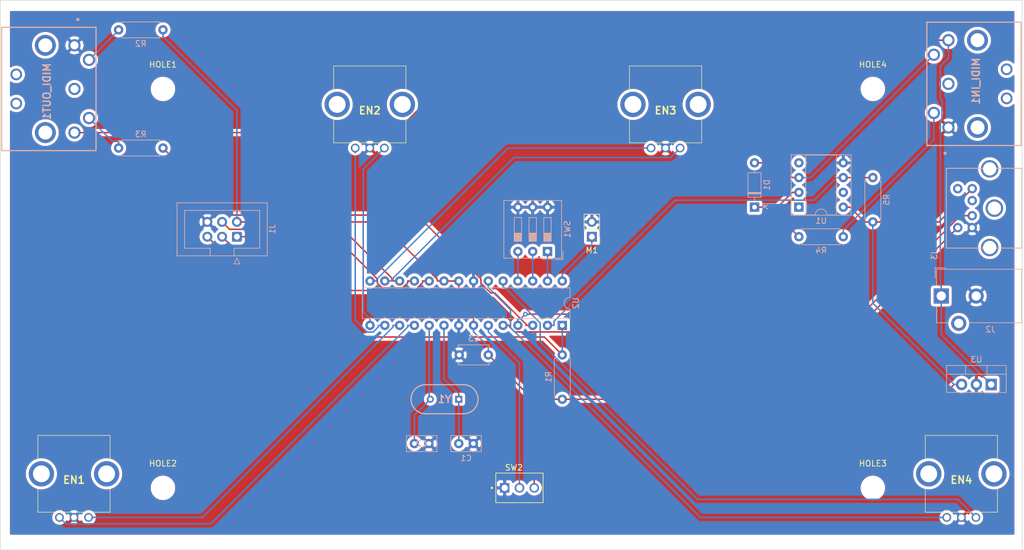
<source format=kicad_pcb>
(kicad_pcb (version 20171130) (host pcbnew "(5.1.9-0-10_14)")
  (layers (0 F.Cu signal) (31 B.Cu signal) (34 B.Paste user) (35 F.Paste user) (36 B.SilkS user) (37 F.SilkS user) (38 B.Mask user) (39 F.Mask user) (44 Edge.Cuts user))
  (net 0 "")
  (net 1 "Net-(D1-Pad2)")
  (net 2 "Net-(D1-Pad1)")
  (net 3 "Net-(C2-Pad1)")
  (net 4 "Net-(C1-Pad1)")
  (net 5 GND)
  (net 6 +5V)
  (net 7 "Net-(J1-Pad3)")
  (net 8 "Net-(J1-Pad1)")
  (net 9 "Net-(J1-Pad4)")
  (net 10 "Net-(J1-Pad5)")
  (net 11 "Net-(MIDI_IN1-Pad4)")
  (net 12 +12V)
  (net 13 "Net-(MIDI_OUT1-Pad5)")
  (net 14 "Net-(MIDI_OUT1-Pad4)")
  (net 15 TX)
  (net 16 RX)
  (net 17 "Net-(SW1-Pad3)")
  (net 18 "Net-(SW1-Pad2)")
  (net 19 "Net-(SW1-Pad1)")
  (net 20 "Net-(SW2-Pad2)")
  (net 21 Pin14)
  (net 22 Pin13)
  (net 23 Pin12)
  (net 24 Pin11)
  (net 25 Pin24)
  (net 26 Pin23)
  (net 27 Pin16)
  (net 28 Pin15)
  (net 29 "Net-(M1-Pad1)")
  (net 30 "Net-(J3-Pad6)")
  (net 31 "Net-(J3-Pad2)")
  (module MountingHole:MountingHole_3.2mm_M3 (layer F.Cu) (at 203.2 55.88)
    (fp_text reference HOLE4 (at 0 -4.2) (layer F.SilkS))
    (fp_text value MountingHole_3.2mm_M3)
    (pad 1 np_thru_hole circle (at 0 0) (size 3.2 3.2) (drill 3.2) (layers *.Cu *.Mask))
  )
  (module MountingHole:MountingHole_3.2mm_M3 (layer F.Cu) (at 203.2 124.46)
    (fp_text reference HOLE3 (at 0 -4.2) (layer F.SilkS))
    (fp_text value MountingHole_3.2mm_M3)
    (pad 1 np_thru_hole circle (at 0 0) (size 3.2 3.2) (drill 3.2) (layers *.Cu *.Mask))
  )
  (module MountingHole:MountingHole_3.2mm_M3 (layer F.Cu) (at 81.28 55.88)
    (fp_text reference HOLE1 (at 0 -4.2) (layer F.SilkS))
    (fp_text value MountingHole_3.2mm_M3)
    (pad 1 np_thru_hole circle (at 0 0) (size 3.2 3.2) (drill 3.2) (layers *.Cu *.Mask))
  )
  (module MountingHole:MountingHole_3.2mm_M3 (layer F.Cu) (at 81.28 124.46)
    (fp_text reference HOLE2 (at 0 -4.2) (layer F.SilkS))
    (fp_text value MountingHole_3.2mm_M3)
    (pad 1 np_thru_hole circle (at 0 0) (size 3.2 3.2) (drill 3.2) (layers *.Cu *.Mask))
  )
  (module Button_Switch_THT:SW_DIP_SPSTx03_Slide_9.78x9.8mm_W7.62mm_P2.54mm (layer B.Cu) (at 147.32 83.82 90)
    (fp_text reference SW1 (at 3.81 3.42 90) (layer B.SilkS) (effects (justify mirror)))
    (fp_text value SW_DIP_x03)
    (pad 6 thru_hole oval (at 7.62 0 90) (size 1.6 1.6) (drill 0.8) (layers *.Cu *.Mask) (net 5 GND))
    (pad 3 thru_hole oval (at 0 -5.08 90) (size 1.6 1.6) (drill 0.8) (layers *.Cu *.Mask) (net 17 "Net-(SW1-Pad3)"))
    (pad 5 thru_hole oval (at 7.62 -2.54 90) (size 1.6 1.6) (drill 0.8) (layers *.Cu *.Mask) (net 5 GND))
    (pad 2 thru_hole oval (at 0 -2.54 90) (size 1.6 1.6) (drill 0.8) (layers *.Cu *.Mask) (net 18 "Net-(SW1-Pad2)"))
    (pad 4 thru_hole oval (at 7.62 -5.08 90) (size 1.6 1.6) (drill 0.8) (layers *.Cu *.Mask) (net 5 GND))
    (pad 1 thru_hole rect (at 0 0 90) (size 1.6 1.6) (drill 0.8) (layers *.Cu *.Mask) (net 19 "Net-(SW1-Pad1)"))
  )
  (module Connector_PinHeader_2.54mm:PinHeader_1x02_P2.54mm_Vertical (layer F.Cu) (at 154.94 81.28 180)
    (fp_text reference M1 (at 0 -2.33) (layer F.SilkS))
    (fp_text value Motor_DC)
    (pad 2 thru_hole oval (at 0 2.54 180) (size 1.7 1.7) (drill 1) (layers *.Cu *.Mask) (net 5 GND))
    (pad 1 thru_hole rect (at 0 0 180) (size 1.7 1.7) (drill 1) (layers *.Cu *.Mask) (net 29 "Net-(M1-Pad1)"))
  )
  (module Resistor_THT:R_Axial_DIN0207_L6.3mm_D2.5mm_P7.62mm_Horizontal (layer B.Cu) (at 149.86 101.6 270)
    (fp_text reference R1 (at 3.81 2.37 90) (layer B.SilkS) (effects (justify mirror)))
    (fp_text value 10K)
    (pad 2 thru_hole oval (at 7.62 0 270) (size 1.6 1.6) (drill 0.8) (layers *.Cu *.Mask) (net 6 +5V))
    (pad 1 thru_hole circle (at 0 0 270) (size 1.6 1.6) (drill 0.8) (layers *.Cu *.Mask) (net 10 "Net-(J1-Pad5)"))
  )
  (module Capacitor_THT:C_Disc_D5.0mm_W2.5mm_P2.50mm (layer B.Cu) (at 132.08 116.84)
    (fp_text reference C1 (at 1.25 2.5) (layer B.SilkS) (effects (justify mirror)))
    (fp_text value 22p)
    (pad 2 thru_hole circle (at 2.5 0) (size 1.6 1.6) (drill 0.8) (layers *.Cu *.Mask) (net 5 GND))
    (pad 1 thru_hole circle (at 0 0) (size 1.6 1.6) (drill 0.8) (layers *.Cu *.Mask) (net 4 "Net-(C1-Pad1)"))
  )
  (module mod-files:ABL (layer B.Cu) (at 132.08 109.22 180)
    (fp_text reference Y1 (at 2.44 0 180) (layer B.SilkS) (effects (font (size 1.27 1.27) (thickness 0.254)) (justify mirror)))
    (fp_text value "16 Mhz" hide)
    (pad 2 thru_hole circle (at 4.88 0 180) (size 1.205 1.205) (drill 0.657) (layers *.Cu *.Mask) (net 3 "Net-(C2-Pad1)"))
    (pad 1 thru_hole rect (at 0 0 180) (size 1.205 1.205) (drill 0.657) (layers *.Cu *.Mask) (net 4 "Net-(C1-Pad1)"))
  )
  (module Package_TO_SOT_THT:TO-220-3_Vertical (layer B.Cu) (at 223.52 106.68 180)
    (fp_text reference U3 (at 2.54 4.27) (layer B.SilkS) (effects (justify mirror)))
    (fp_text value L7805)
    (pad 3 thru_hole oval (at 5.08 0 180) (size 1.905 2) (drill 1.1) (layers *.Cu *.Mask) (net 6 +5V))
    (pad 2 thru_hole oval (at 2.54 0 180) (size 1.905 2) (drill 1.1) (layers *.Cu *.Mask) (net 5 GND))
    (pad 1 thru_hole rect (at 0 0 180) (size 1.905 2) (drill 1.1) (layers *.Cu *.Mask) (net 12 +12V))
  )
  (module Package_DIP:DIP-8_W7.62mm_Socket (layer B.Cu) (at 190.5 76.2)
    (fp_text reference U1 (at 3.81 2.33) (layer B.SilkS) (effects (justify mirror)))
    (fp_text value 6N138)
    (pad 8 thru_hole oval (at 7.62 0) (size 1.6 1.6) (drill 0.8) (layers *.Cu *.Mask) (net 6 +5V))
    (pad 4 thru_hole oval (at 0 -7.62) (size 1.6 1.6) (drill 0.8) (layers *.Cu *.Mask))
    (pad 7 thru_hole oval (at 7.62 -2.54) (size 1.6 1.6) (drill 0.8) (layers *.Cu *.Mask))
    (pad 3 thru_hole oval (at 0 -5.08) (size 1.6 1.6) (drill 0.8) (layers *.Cu *.Mask) (net 1 "Net-(D1-Pad2)"))
    (pad 6 thru_hole oval (at 7.62 -5.08) (size 1.6 1.6) (drill 0.8) (layers *.Cu *.Mask) (net 16 RX))
    (pad 2 thru_hole oval (at 0 -2.54) (size 1.6 1.6) (drill 0.8) (layers *.Cu *.Mask) (net 2 "Net-(D1-Pad1)"))
    (pad 5 thru_hole oval (at 7.62 -7.62) (size 1.6 1.6) (drill 0.8) (layers *.Cu *.Mask) (net 5 GND))
    (pad 1 thru_hole rect (at 0 0) (size 1.6 1.6) (drill 0.8) (layers *.Cu *.Mask))
  )
  (module mod-files:SW_2MS1T1B1M2QES (layer F.Cu) (at 142.505 124.46)
    (fp_text reference SW2 (at -0.9525 -3.4925) (layer F.SilkS))
    (fp_text value SW_SPDT)
    (pad 2 thru_hole circle (at 0 0) (size 1.635 1.635) (drill 1.09) (layers *.Cu *.Mask) (net 20 "Net-(SW2-Pad2)"))
    (pad 3 thru_hole circle (at 2.54 0) (size 1.635 1.635) (drill 1.09) (layers *.Cu *.Mask) (net 6 +5V))
    (pad 1 thru_hole rect (at -2.54 0) (size 1.635 1.635) (drill 1.09) (layers *.Cu *.Mask) (net 5 GND))
  )
  (module Resistor_THT:R_Axial_DIN0207_L6.3mm_D2.5mm_P7.62mm_Horizontal (layer B.Cu) (at 203.2 78.74 90)
    (fp_text reference R5 (at 3.81 2.37 90) (layer B.SilkS) (effects (justify mirror)))
    (fp_text value 220)
    (pad 2 thru_hole oval (at 7.62 0 90) (size 1.6 1.6) (drill 0.8) (layers *.Cu *.Mask) (net 16 RX))
    (pad 1 thru_hole circle (at 0 0 90) (size 1.6 1.6) (drill 0.8) (layers *.Cu *.Mask) (net 6 +5V))
  )
  (module Resistor_THT:R_Axial_DIN0207_L6.3mm_D2.5mm_P7.62mm_Horizontal (layer B.Cu) (at 190.5 81.28)
    (fp_text reference R4 (at 3.81 2.37) (layer B.SilkS) (effects (justify mirror)))
    (fp_text value 220)
    (pad 2 thru_hole oval (at 7.62 0) (size 1.6 1.6) (drill 0.8) (layers *.Cu *.Mask) (net 11 "Net-(MIDI_IN1-Pad4)"))
    (pad 1 thru_hole circle (at 0 0) (size 1.6 1.6) (drill 0.8) (layers *.Cu *.Mask) (net 2 "Net-(D1-Pad1)"))
  )
  (module Resistor_THT:R_Axial_DIN0207_L6.3mm_D2.5mm_P7.62mm_Horizontal (layer B.Cu) (at 81.28 66.04 180)
    (fp_text reference R3 (at 3.81 2.37) (layer B.SilkS) (effects (justify mirror)))
    (fp_text value 220)
    (pad 2 thru_hole oval (at 7.62 0 180) (size 1.6 1.6) (drill 0.8) (layers *.Cu *.Mask) (net 13 "Net-(MIDI_OUT1-Pad5)"))
    (pad 1 thru_hole circle (at 0 0 180) (size 1.6 1.6) (drill 0.8) (layers *.Cu *.Mask) (net 15 TX))
  )
  (module Resistor_THT:R_Axial_DIN0207_L6.3mm_D2.5mm_P7.62mm_Horizontal (layer B.Cu) (at 73.66 45.72)
    (fp_text reference R2 (at 3.81 2.37) (layer B.SilkS) (effects (justify mirror)))
    (fp_text value 220)
    (pad 2 thru_hole oval (at 7.62 0) (size 1.6 1.6) (drill 0.8) (layers *.Cu *.Mask) (net 6 +5V))
    (pad 1 thru_hole circle (at 0 0) (size 1.6 1.6) (drill 0.8) (layers *.Cu *.Mask) (net 14 "Net-(MIDI_OUT1-Pad4)"))
  )
  (module mod-files:MAB-5-SH (layer B.Cu) (at 68.58 55.88 90)
    (fp_text reference MIDI_OUT1 (at -0.452 -7.234 -90) (layer B.SilkS) (effects (font (size 1.27 1.27) (thickness 0.254)) (justify mirror)))
    (fp_text value DIN-5 hide)
    (pad 9 thru_hole circle (at 7.5 -7.5 90) (size 3.6 3.6) (drill 2.4) (layers *.Cu *.Mask))
    (pad 8 thru_hole circle (at -7.5 -7.5 90) (size 3.6 3.6) (drill 2.4) (layers *.Cu *.Mask))
    (pad 7 thru_hole circle (at 2.5 -12.5 90) (size 2 2) (drill 1.35) (layers *.Cu *.Mask))
    (pad 6 thru_hole circle (at -2.5 -12.5 90) (size 2 2) (drill 1.35) (layers *.Cu *.Mask))
    (pad 5 thru_hole circle (at -5 0 90) (size 2.1 2.1) (drill 1.4) (layers *.Cu *.Mask) (net 13 "Net-(MIDI_OUT1-Pad5)"))
    (pad 4 thru_hole circle (at 5 0 90) (size 2.1 2.1) (drill 1.4) (layers *.Cu *.Mask) (net 14 "Net-(MIDI_OUT1-Pad4)"))
    (pad 3 thru_hole circle (at -7.5 -2.5 90) (size 2.1 2.1) (drill 1.4) (layers *.Cu *.Mask) (net 12 +12V))
    (pad 2 thru_hole circle (at 0 -2.5 90) (size 2.1 2.1) (drill 1.4) (layers *.Cu *.Mask))
    (pad 1 thru_hole circle (at 7.5 -2.5 90) (size 2.1 2.1) (drill 1.4) (layers *.Cu *.Mask) (net 5 GND))
  )
  (module mod-files:MAB-5-SH (layer B.Cu) (at 213.68 55 270)
    (fp_text reference MIDI_IN1 (at -0.452 -7.234 270) (layer B.SilkS) (effects (font (size 1.27 1.27) (thickness 0.254)) (justify mirror)))
    (fp_text value DIN-5 hide)
    (pad 9 thru_hole circle (at 7.5 -7.5 270) (size 3.6 3.6) (drill 2.4) (layers *.Cu *.Mask))
    (pad 8 thru_hole circle (at -7.5 -7.5 270) (size 3.6 3.6) (drill 2.4) (layers *.Cu *.Mask))
    (pad 7 thru_hole circle (at 2.5 -12.5 270) (size 2 2) (drill 1.35) (layers *.Cu *.Mask))
    (pad 6 thru_hole circle (at -2.5 -12.5 270) (size 2 2) (drill 1.35) (layers *.Cu *.Mask))
    (pad 5 thru_hole circle (at -5 0 270) (size 2.1 2.1) (drill 1.4) (layers *.Cu *.Mask) (net 1 "Net-(D1-Pad2)"))
    (pad 4 thru_hole circle (at 5 0 270) (size 2.1 2.1) (drill 1.4) (layers *.Cu *.Mask) (net 11 "Net-(MIDI_IN1-Pad4)"))
    (pad 3 thru_hole circle (at -7.5 -2.5 270) (size 2.1 2.1) (drill 1.4) (layers *.Cu *.Mask) (net 12 +12V))
    (pad 2 thru_hole circle (at 0 -2.5 270) (size 2.1 2.1) (drill 1.4) (layers *.Cu *.Mask))
    (pad 1 thru_hole circle (at 7.5 -2.5 270) (size 2.1 2.1) (drill 1.4) (layers *.Cu *.Mask) (net 5 GND))
  )
  (module mod-files:BarrelJack_CUI_PJ-102AH_Horizontal (layer B.Cu) (at 214.95 91.475 270)
    (fp_text reference J2 (at 5.75 -8.45 180) (layer B.SilkS) (effects (justify mirror)))
    (fp_text value Jack-DC)
    (pad 3 thru_hole circle (at 4.7 -3 270) (size 2.6 2.6) (drill 1.6) (layers *.Cu *.Mask))
    (pad 2 thru_hole circle (at 0 -6 270) (size 2.6 2.6) (drill 1.6) (layers *.Cu *.Mask) (net 5 GND))
    (pad 1 thru_hole rect (at 0 0 270) (size 2.6 2.6) (drill 1.6) (layers *.Cu *.Mask) (net 12 +12V))
  )
  (module Connector_IDC:IDC-Header_2x03_P2.54mm_Vertical (layer B.Cu) (at 93.98 81.28 90)
    (fp_text reference J1 (at 1.27 6.1 90) (layer B.SilkS) (effects (justify mirror)))
    (fp_text value AVR-ISP-6)
    (pad 6 thru_hole circle (at 2.54 -5.08 90) (size 1.7 1.7) (drill 1) (layers *.Cu *.Mask) (net 5 GND))
    (pad 4 thru_hole circle (at 2.54 -2.54 90) (size 1.7 1.7) (drill 1) (layers *.Cu *.Mask) (net 9 "Net-(J1-Pad4)"))
    (pad 2 thru_hole circle (at 2.54 0 90) (size 1.7 1.7) (drill 1) (layers *.Cu *.Mask) (net 6 +5V))
    (pad 5 thru_hole circle (at 0 -5.08 90) (size 1.7 1.7) (drill 1) (layers *.Cu *.Mask) (net 10 "Net-(J1-Pad5)"))
    (pad 3 thru_hole circle (at 0 -2.54 90) (size 1.7 1.7) (drill 1) (layers *.Cu *.Mask) (net 7 "Net-(J1-Pad3)"))
    (pad 1 thru_hole roundrect (at 0 0 90) (size 1.7 1.7) (drill 1) (layers *.Cu *.Mask) (roundrect_rratio 0.1470588235294118) (net 8 "Net-(J1-Pad1)"))
  )
  (module mod-files:EC12E2430404 (layer F.Cu) (at 215.9 129.54)
    (fp_text reference EN4 (at 2.5 -6.45) (layer F.SilkS) (effects (font (size 1.27 1.27) (thickness 0.254))))
    (fp_text value Rotary_Encoder hide)
    (pad MH2 thru_hole circle (at 8.1 -7.5) (size 4.35 4.35) (drill 2.9) (layers *.Cu *.Mask))
    (pad MH1 thru_hole circle (at -3.1 -7.5) (size 4.35 4.35) (drill 2.9) (layers *.Cu *.Mask))
    (pad C thru_hole circle (at 2.5 0) (size 1.5 1.5) (drill 1) (layers *.Cu *.Mask) (net 5 GND))
    (pad B thru_hole circle (at 5 0) (size 1.5 1.5) (drill 1) (layers *.Cu *.Mask) (net 25 Pin24))
    (pad A thru_hole circle (at 0 0) (size 1.5 1.5) (drill 1) (layers *.Cu *.Mask) (net 26 Pin23))
  )
  (module mod-files:EC12E2430404 (layer F.Cu) (at 165.1 66.04)
    (fp_text reference EN3 (at 2.5 -6.45) (layer F.SilkS) (effects (font (size 1.27 1.27) (thickness 0.254))))
    (fp_text value Rotary_Encoder hide)
    (pad MH2 thru_hole circle (at 8.1 -7.5) (size 4.35 4.35) (drill 2.9) (layers *.Cu *.Mask))
    (pad MH1 thru_hole circle (at -3.1 -7.5) (size 4.35 4.35) (drill 2.9) (layers *.Cu *.Mask))
    (pad C thru_hole circle (at 2.5 0) (size 1.5 1.5) (drill 1) (layers *.Cu *.Mask) (net 5 GND))
    (pad B thru_hole circle (at 5 0) (size 1.5 1.5) (drill 1) (layers *.Cu *.Mask) (net 27 Pin16))
    (pad A thru_hole circle (at 0 0) (size 1.5 1.5) (drill 1) (layers *.Cu *.Mask) (net 28 Pin15))
  )
  (module mod-files:EC12E2430404 (layer F.Cu) (at 114.3 66.04)
    (fp_text reference EN2 (at 2.5 -6.45) (layer F.SilkS) (effects (font (size 1.27 1.27) (thickness 0.254))))
    (fp_text value Rotary_Encoder hide)
    (pad MH2 thru_hole circle (at 8.1 -7.5) (size 4.35 4.35) (drill 2.9) (layers *.Cu *.Mask))
    (pad MH1 thru_hole circle (at -3.1 -7.5) (size 4.35 4.35) (drill 2.9) (layers *.Cu *.Mask))
    (pad C thru_hole circle (at 2.5 0) (size 1.5 1.5) (drill 1) (layers *.Cu *.Mask) (net 5 GND))
    (pad B thru_hole circle (at 5 0) (size 1.5 1.5) (drill 1) (layers *.Cu *.Mask) (net 21 Pin14))
    (pad A thru_hole circle (at 0 0) (size 1.5 1.5) (drill 1) (layers *.Cu *.Mask) (net 22 Pin13))
  )
  (module mod-files:EC12E2430404 (layer F.Cu) (at 63.5 129.54)
    (fp_text reference EN1 (at 2.5 -6.45) (layer F.SilkS) (effects (font (size 1.27 1.27) (thickness 0.254))))
    (fp_text value Rotary_Encoder hide)
    (pad MH2 thru_hole circle (at 8.1 -7.5) (size 4.35 4.35) (drill 2.9) (layers *.Cu *.Mask))
    (pad MH1 thru_hole circle (at -3.1 -7.5) (size 4.35 4.35) (drill 2.9) (layers *.Cu *.Mask))
    (pad C thru_hole circle (at 2.5 0) (size 1.5 1.5) (drill 1) (layers *.Cu *.Mask) (net 5 GND))
    (pad B thru_hole circle (at 5 0) (size 1.5 1.5) (drill 1) (layers *.Cu *.Mask) (net 23 Pin12))
    (pad A thru_hole circle (at 0 0) (size 1.5 1.5) (drill 1) (layers *.Cu *.Mask) (net 24 Pin11))
  )
  (module Capacitor_THT:C_Disc_D5.1mm_W3.2mm_P5.00mm (layer B.Cu) (at 137.16 101.6 180)
    (fp_text reference C3 (at 2.5 2.85) (layer B.SilkS) (effects (justify mirror)))
    (fp_text value 100n)
    (pad 2 thru_hole circle (at 5 0 180) (size 1.6 1.6) (drill 0.8) (layers *.Cu *.Mask) (net 5 GND))
    (pad 1 thru_hole circle (at 0 0 180) (size 1.6 1.6) (drill 0.8) (layers *.Cu *.Mask) (net 6 +5V))
  )
  (module Capacitor_THT:C_Disc_D5.0mm_W2.5mm_P2.50mm (layer B.Cu) (at 124.46 116.84)
    (fp_text reference C2 (at 1.25 0) (layer B.SilkS) (effects (justify mirror)))
    (fp_text value 22p)
    (pad 2 thru_hole circle (at 2.5 0) (size 1.6 1.6) (drill 0.8) (layers *.Cu *.Mask) (net 5 GND))
    (pad 1 thru_hole circle (at 0 0) (size 1.6 1.6) (drill 0.8) (layers *.Cu *.Mask) (net 3 "Net-(C2-Pad1)"))
  )
  (module "mod-files:mini-DIN 6" (layer B.Cu) (at 228.775 76.375 90)
    (fp_text reference J3 (at -8 -15 270) (layer B.SilkS) (effects (justify mirror)))
    (fp_text value Mini-DIN-6)
    (pad 9 thru_hole circle (at 6.76 -5.51 90) (size 2.99 2.99) (drill 2.29) (layers *.Cu *.Mask))
    (pad 8 thru_hole circle (at 0 -4.7 90) (size 2.99 2.99) (drill 2.29) (layers *.Cu *.Mask))
    (pad 7 thru_hole circle (at -6.76 -5.51 90) (size 2.99 2.99) (drill 2.29) (layers *.Cu *.Mask))
    (pad 6 thru_hole circle (at -3.35 -11 90) (size 1.6 1.6) (drill 0.89) (layers *.Cu *.Mask) (net 30 "Net-(J3-Pad6)"))
    (pad 5 thru_hole circle (at 3.35 -11 90) (size 1.6 1.6) (drill 0.89) (layers *.Cu *.Mask))
    (pad 4 thru_hole circle (at -3.35 -8.51 90) (size 1.6 1.6) (drill 0.89) (layers *.Cu *.Mask) (net 5 GND))
    (pad 3 thru_hole circle (at 3.35 -8.51 90) (size 1.6 1.6) (drill 0.89) (layers *.Cu *.Mask) (net 6 +5V))
    (pad 2 thru_hole circle (at -1.3 -8.51 90) (size 1.6 1.6) (drill 0.89) (layers *.Cu *.Mask) (net 31 "Net-(J3-Pad2)"))
    (pad 1 thru_hole circle (at 1.3 -8.51 90) (size 1.6 1.6) (drill 0.89) (layers *.Cu *.Mask))
  )
  (module Package_DIP:DIP-28_W7.62mm (layer B.Cu) (at 149.86 96.52 90)
    (fp_text reference U2 (at 3.81 2.33 90) (layer B.SilkS) (effects (justify mirror)))
    (fp_text value ATmega8-16PU)
    (pad 28 thru_hole oval (at 7.62 0 90) (size 1.6 1.6) (drill 0.8) (layers *.Cu *.Mask) (net 29 "Net-(M1-Pad1)"))
    (pad 14 thru_hole oval (at 0 -33.02 90) (size 1.6 1.6) (drill 0.8) (layers *.Cu *.Mask) (net 21 Pin14))
    (pad 27 thru_hole oval (at 7.62 -2.54 90) (size 1.6 1.6) (drill 0.8) (layers *.Cu *.Mask) (net 19 "Net-(SW1-Pad1)"))
    (pad 13 thru_hole oval (at 0 -30.48 90) (size 1.6 1.6) (drill 0.8) (layers *.Cu *.Mask) (net 22 Pin13))
    (pad 26 thru_hole oval (at 7.62 -5.08 90) (size 1.6 1.6) (drill 0.8) (layers *.Cu *.Mask) (net 18 "Net-(SW1-Pad2)"))
    (pad 12 thru_hole oval (at 0 -27.94 90) (size 1.6 1.6) (drill 0.8) (layers *.Cu *.Mask) (net 23 Pin12))
    (pad 25 thru_hole oval (at 7.62 -7.62 90) (size 1.6 1.6) (drill 0.8) (layers *.Cu *.Mask) (net 17 "Net-(SW1-Pad3)"))
    (pad 11 thru_hole oval (at 0 -25.4 90) (size 1.6 1.6) (drill 0.8) (layers *.Cu *.Mask) (net 24 Pin11))
    (pad 24 thru_hole oval (at 7.62 -10.16 90) (size 1.6 1.6) (drill 0.8) (layers *.Cu *.Mask) (net 25 Pin24))
    (pad 10 thru_hole oval (at 0 -22.86 90) (size 1.6 1.6) (drill 0.8) (layers *.Cu *.Mask) (net 3 "Net-(C2-Pad1)"))
    (pad 23 thru_hole oval (at 7.62 -12.7 90) (size 1.6 1.6) (drill 0.8) (layers *.Cu *.Mask) (net 26 Pin23))
    (pad 9 thru_hole oval (at 0 -20.32 90) (size 1.6 1.6) (drill 0.8) (layers *.Cu *.Mask) (net 4 "Net-(C1-Pad1)"))
    (pad 22 thru_hole oval (at 7.62 -15.24 90) (size 1.6 1.6) (drill 0.8) (layers *.Cu *.Mask) (net 5 GND))
    (pad 8 thru_hole oval (at 0 -17.78 90) (size 1.6 1.6) (drill 0.8) (layers *.Cu *.Mask) (net 5 GND))
    (pad 21 thru_hole oval (at 7.62 -17.78 90) (size 1.6 1.6) (drill 0.8) (layers *.Cu *.Mask) (net 6 +5V))
    (pad 7 thru_hole oval (at 0 -15.24 90) (size 1.6 1.6) (drill 0.8) (layers *.Cu *.Mask) (net 6 +5V))
    (pad 20 thru_hole oval (at 7.62 -20.32 90) (size 1.6 1.6) (drill 0.8) (layers *.Cu *.Mask) (net 6 +5V))
    (pad 6 thru_hole oval (at 0 -12.7 90) (size 1.6 1.6) (drill 0.8) (layers *.Cu *.Mask) (net 20 "Net-(SW2-Pad2)"))
    (pad 19 thru_hole oval (at 7.62 -22.86 90) (size 1.6 1.6) (drill 0.8) (layers *.Cu *.Mask) (net 7 "Net-(J1-Pad3)"))
    (pad 5 thru_hole oval (at 0 -10.16 90) (size 1.6 1.6) (drill 0.8) (layers *.Cu *.Mask) (net 30 "Net-(J3-Pad6)"))
    (pad 18 thru_hole oval (at 7.62 -25.4 90) (size 1.6 1.6) (drill 0.8) (layers *.Cu *.Mask) (net 8 "Net-(J1-Pad1)"))
    (pad 4 thru_hole oval (at 0 -7.62 90) (size 1.6 1.6) (drill 0.8) (layers *.Cu *.Mask) (net 31 "Net-(J3-Pad2)"))
    (pad 17 thru_hole oval (at 7.62 -27.94 90) (size 1.6 1.6) (drill 0.8) (layers *.Cu *.Mask) (net 9 "Net-(J1-Pad4)"))
    (pad 3 thru_hole oval (at 0 -5.08 90) (size 1.6 1.6) (drill 0.8) (layers *.Cu *.Mask) (net 15 TX))
    (pad 16 thru_hole oval (at 7.62 -30.48 90) (size 1.6 1.6) (drill 0.8) (layers *.Cu *.Mask) (net 27 Pin16))
    (pad 2 thru_hole oval (at 0 -2.54 90) (size 1.6 1.6) (drill 0.8) (layers *.Cu *.Mask) (net 16 RX))
    (pad 15 thru_hole oval (at 7.62 -33.02 90) (size 1.6 1.6) (drill 0.8) (layers *.Cu *.Mask) (net 28 Pin15))
    (pad 1 thru_hole rect (at 0 0 90) (size 1.6 1.6) (drill 0.8) (layers *.Cu *.Mask) (net 10 "Net-(J1-Pad5)"))
  )
  (module Diode_THT:D_DO-35_SOD27_P7.62mm_Horizontal (layer B.Cu) (at 182.88 76.2 90)
    (fp_text reference D1 (at 3.81 2.12 90) (layer B.SilkS) (effects (justify mirror)))
    (fp_text value 1N914)
    (fp_text user K (at 0 1.8 90) (layer B.SilkS) (effects (justify mirror)))
    (pad 2 thru_hole oval (at 7.62 0 90) (size 1.6 1.6) (drill 0.8) (layers *.Cu *.Mask) (net 1 "Net-(D1-Pad2)"))
    (pad 1 thru_hole rect (at 0 0 90) (size 1.6 1.6) (drill 0.8) (layers *.Cu *.Mask) (net 2 "Net-(D1-Pad1)"))
  )
  (gr_line (start 228.84 40.64) (end 228.84 135.14) (layer Edge.Cuts) (width 0.1))
  (gr_line (start 53.34 40.64) (end 228.84 40.64) (layer Edge.Cuts) (width 0.1))
  (gr_line (start 53.34 135.14) (end 53.34 40.64) (layer Edge.Cuts) (width 0.1))
  (gr_line (start 228.84 135.14) (end 53.34 135.14) (layer Edge.Cuts) (width 0.1))
  (segment (start 190.5 71.12) (end 189.3731 71.12) (width 0.25) (layer F.Cu) (net 1))
  (segment (start 182.88 68.58) (end 186.8331 68.58) (width 0.25) (layer F.Cu) (net 1))
  (segment (start 186.8331 68.58) (end 189.3731 71.12) (width 0.25) (layer F.Cu) (net 1))
  (segment (start 190.5 71.12) (end 192.56 71.12) (width 0.25) (layer B.Cu) (net 1))
  (segment (start 192.56 71.12) (end 213.68 50) (width 0.25) (layer B.Cu) (net 1))
  (segment (start 186.8331 76.2) (end 189.3731 73.66) (width 0.25) (layer F.Cu) (net 2))
  (segment (start 182.88 76.2) (end 186.8331 76.2) (width 0.25) (layer F.Cu) (net 2))
  (segment (start 186.8331 76.2) (end 186.8331 77.6131) (width 0.25) (layer F.Cu) (net 2))
  (segment (start 186.8331 77.6131) (end 190.5 81.28) (width 0.25) (layer F.Cu) (net 2))
  (segment (start 190.5 73.66) (end 189.3731 73.66) (width 0.25) (layer F.Cu) (net 2))
  (segment (start 127.2 109.22) (end 124.46 111.96) (width 0.25) (layer B.Cu) (net 3))
  (segment (start 124.46 111.96) (end 124.46 116.84) (width 0.25) (layer B.Cu) (net 3))
  (segment (start 127 96.52) (end 127 109.02) (width 0.25) (layer B.Cu) (net 3))
  (segment (start 127 109.02) (end 127.2 109.22) (width 0.25) (layer B.Cu) (net 3))
  (segment (start 132.08 109.22) (end 132.08 108.2906) (width 0.25) (layer B.Cu) (net 4))
  (segment (start 129.54 96.52) (end 129.54 105.7506) (width 0.25) (layer B.Cu) (net 4))
  (segment (start 129.54 105.7506) (end 132.08 108.2906) (width 0.25) (layer B.Cu) (net 4))
  (segment (start 132.08 109.22) (end 132.08 116.84) (width 0.25) (layer B.Cu) (net 4))
  (segment (start 93.98 78.74) (end 118.5348 78.74) (width 0.25) (layer F.Cu) (net 6))
  (segment (start 118.5348 78.74) (end 128.4131 88.6183) (width 0.25) (layer F.Cu) (net 6))
  (segment (start 128.4131 88.6183) (end 128.4131 88.9) (width 0.25) (layer F.Cu) (net 6))
  (segment (start 129.54 88.9) (end 128.4131 88.9) (width 0.25) (layer F.Cu) (net 6))
  (segment (start 132.08 88.9) (end 129.54 88.9) (width 0.25) (layer F.Cu) (net 6))
  (segment (start 81.28 45.72) (end 81.28 46.8469) (width 0.25) (layer B.Cu) (net 6))
  (segment (start 93.98 78.74) (end 93.98 59.5469) (width 0.25) (layer B.Cu) (net 6))
  (segment (start 93.98 59.5469) (end 81.28 46.8469) (width 0.25) (layer B.Cu) (net 6))
  (segment (start 145.045 109.22) (end 149.86 109.22) (width 0.25) (layer F.Cu) (net 6))
  (segment (start 137.16 101.6) (end 144.78 109.22) (width 0.25) (layer F.Cu) (net 6))
  (segment (start 144.78 109.22) (end 145.045 109.22) (width 0.25) (layer F.Cu) (net 6))
  (segment (start 145.045 109.22) (end 145.045 124.46) (width 0.25) (layer F.Cu) (net 6))
  (segment (start 132.08 88.9) (end 132.08 92.8531) (width 0.25) (layer F.Cu) (net 6))
  (segment (start 132.08 92.8531) (end 134.62 95.3931) (width 0.25) (layer F.Cu) (net 6))
  (segment (start 134.62 96.52) (end 134.62 95.3931) (width 0.25) (layer F.Cu) (net 6))
  (segment (start 218.44 106.68) (end 217.1606 106.68) (width 0.25) (layer F.Cu) (net 6))
  (segment (start 149.86 109.22) (end 214.6206 109.22) (width 0.25) (layer F.Cu) (net 6))
  (segment (start 214.6206 109.22) (end 217.1606 106.68) (width 0.25) (layer F.Cu) (net 6))
  (segment (start 218.44 106.68) (end 217.1606 106.68) (width 0.25) (layer B.Cu) (net 6))
  (segment (start 217.1606 106.68) (end 203.2 92.7194) (width 0.25) (layer B.Cu) (net 6))
  (segment (start 203.2 92.7194) (end 203.2 78.74) (width 0.25) (layer B.Cu) (net 6))
  (segment (start 198.12 76.2) (end 199.2469 76.2) (width 0.25) (layer F.Cu) (net 6))
  (segment (start 203.2 78.74) (end 201.7869 78.74) (width 0.25) (layer F.Cu) (net 6))
  (segment (start 201.7869 78.74) (end 199.2469 76.2) (width 0.25) (layer F.Cu) (net 6))
  (segment (start 220.265 73.025) (end 214.55 78.74) (width 0.25) (layer F.Cu) (net 6))
  (segment (start 214.55 78.74) (end 203.2 78.74) (width 0.25) (layer F.Cu) (net 6))
  (segment (start 134.62 96.52) (end 134.62 97.6469) (width 0.25) (layer B.Cu) (net 6))
  (segment (start 134.62 97.6469) (end 137.16 100.1869) (width 0.25) (layer B.Cu) (net 6))
  (segment (start 137.16 100.1869) (end 137.16 101.6) (width 0.25) (layer B.Cu) (net 6))
  (segment (start 125.8731 88.9) (end 125.8731 89.1817) (width 0.25) (layer F.Cu) (net 7))
  (segment (start 125.8731 89.1817) (end 124.5271 90.5277) (width 0.25) (layer F.Cu) (net 7))
  (segment (start 124.5271 90.5277) (end 100.6877 90.5277) (width 0.25) (layer F.Cu) (net 7))
  (segment (start 100.6877 90.5277) (end 91.44 81.28) (width 0.25) (layer F.Cu) (net 7))
  (segment (start 127 88.9) (end 125.8731 88.9) (width 0.25) (layer F.Cu) (net 7))
  (segment (start 93.98 81.28) (end 110.8342 81.28) (width 0.25) (layer F.Cu) (net 8))
  (segment (start 110.8342 81.28) (end 118.11 88.5558) (width 0.25) (layer F.Cu) (net 8))
  (segment (start 118.11 88.5558) (end 118.11 89.2754) (width 0.25) (layer F.Cu) (net 8))
  (segment (start 118.11 89.2754) (end 118.8852 90.0506) (width 0.25) (layer F.Cu) (net 8))
  (segment (start 118.8852 90.0506) (end 122.4642 90.0506) (width 0.25) (layer F.Cu) (net 8))
  (segment (start 122.4642 90.0506) (end 123.3331 89.1817) (width 0.25) (layer F.Cu) (net 8))
  (segment (start 123.3331 89.1817) (end 123.3331 88.9) (width 0.25) (layer F.Cu) (net 8))
  (segment (start 124.46 88.9) (end 123.3331 88.9) (width 0.25) (layer F.Cu) (net 8))
  (segment (start 91.44 78.74) (end 92.7125 80.0125) (width 0.25) (layer F.Cu) (net 9))
  (segment (start 92.7125 80.0125) (end 112.1873 80.0125) (width 0.25) (layer F.Cu) (net 9))
  (segment (start 112.1873 80.0125) (end 120.7931 88.6183) (width 0.25) (layer F.Cu) (net 9))
  (segment (start 120.7931 88.6183) (end 120.7931 88.9) (width 0.25) (layer F.Cu) (net 9))
  (segment (start 121.92 88.9) (end 120.7931 88.9) (width 0.25) (layer F.Cu) (net 9))
  (segment (start 88.9 81.28) (end 106.1463 98.5263) (width 0.25) (layer F.Cu) (net 10))
  (segment (start 106.1463 98.5263) (end 146.7863 98.5263) (width 0.25) (layer F.Cu) (net 10))
  (segment (start 146.7863 98.5263) (end 149.86 101.6) (width 0.25) (layer F.Cu) (net 10))
  (segment (start 149.86 96.52) (end 149.86 101.6) (width 0.25) (layer B.Cu) (net 10))
  (segment (start 198.12 81.28) (end 198.12 80.1531) (width 0.25) (layer B.Cu) (net 11))
  (segment (start 213.68 60) (end 213.68 64.5931) (width 0.25) (layer B.Cu) (net 11))
  (segment (start 213.68 64.5931) (end 198.12 80.1531) (width 0.25) (layer B.Cu) (net 11))
  (segment (start 214.95 91.475) (end 214.95 89.8481) (width 0.25) (layer B.Cu) (net 12))
  (segment (start 214.95 89.8481) (end 214.7944 89.6925) (width 0.25) (layer B.Cu) (net 12))
  (segment (start 214.7944 89.6925) (end 214.7944 61.3856) (width 0.25) (layer B.Cu) (net 12))
  (segment (start 214.7944 61.3856) (end 215.0667 61.1133) (width 0.25) (layer B.Cu) (net 12))
  (segment (start 215.0667 61.1133) (end 215.0667 57.7886) (width 0.25) (layer B.Cu) (net 12))
  (segment (start 215.0667 57.7886) (end 214.792 57.5139) (width 0.25) (layer B.Cu) (net 12))
  (segment (start 214.792 57.5139) (end 214.792 51.9428) (width 0.25) (layer B.Cu) (net 12))
  (segment (start 214.792 51.9428) (end 216.18 50.5548) (width 0.25) (layer B.Cu) (net 12))
  (segment (start 216.18 50.5548) (end 216.18 47.5) (width 0.25) (layer B.Cu) (net 12))
  (segment (start 214.95 91.475) (end 214.95 98.11) (width 0.25) (layer B.Cu) (net 12))
  (segment (start 214.95 98.11) (end 223.52 106.68) (width 0.25) (layer B.Cu) (net 12))
  (segment (start 66.08 63.38) (end 121.1729 63.38) (width 0.25) (layer F.Cu) (net 12))
  (segment (start 121.1729 63.38) (end 137.0529 47.5) (width 0.25) (layer F.Cu) (net 12))
  (segment (start 137.0529 47.5) (end 216.18 47.5) (width 0.25) (layer F.Cu) (net 12))
  (segment (start 73.66 66.04) (end 73.66 64.9131) (width 0.25) (layer B.Cu) (net 13))
  (segment (start 68.58 60.88) (end 72.6131 64.9131) (width 0.25) (layer B.Cu) (net 13))
  (segment (start 72.6131 64.9131) (end 73.66 64.9131) (width 0.25) (layer B.Cu) (net 13))
  (segment (start 68.58 50.88) (end 73.66 45.8) (width 0.25) (layer B.Cu) (net 14))
  (segment (start 73.66 45.8) (end 73.66 45.72) (width 0.25) (layer B.Cu) (net 14))
  (segment (start 144.78 96.52) (end 143.6531 96.52) (width 0.25) (layer F.Cu) (net 15))
  (segment (start 143.6531 96.52) (end 143.6531 96.3293) (width 0.25) (layer F.Cu) (net 15))
  (segment (start 143.6531 96.3293) (end 138.2833 90.9595) (width 0.25) (layer F.Cu) (net 15))
  (segment (start 138.2833 90.9595) (end 137.5717 90.9595) (width 0.25) (layer F.Cu) (net 15))
  (segment (start 137.5717 90.9595) (end 135.89 89.2778) (width 0.25) (layer F.Cu) (net 15))
  (segment (start 135.89 89.2778) (end 135.89 88.5487) (width 0.25) (layer F.Cu) (net 15))
  (segment (start 135.89 88.5487) (end 124.9044 77.5631) (width 0.25) (layer F.Cu) (net 15))
  (segment (start 124.9044 77.5631) (end 92.8031 77.5631) (width 0.25) (layer F.Cu) (net 15))
  (segment (start 92.8031 77.5631) (end 81.28 66.04) (width 0.25) (layer F.Cu) (net 15))
  (segment (start 198.12 71.12) (end 196.9931 71.12) (width 0.25) (layer B.Cu) (net 16))
  (segment (start 147.32 96.52) (end 148.4469 96.52) (width 0.25) (layer B.Cu) (net 16))
  (segment (start 148.4469 96.52) (end 148.4469 95.8157) (width 0.25) (layer B.Cu) (net 16))
  (segment (start 148.4469 95.8157) (end 169.2602 75.0024) (width 0.25) (layer B.Cu) (net 16))
  (segment (start 169.2602 75.0024) (end 193.1107 75.0024) (width 0.25) (layer B.Cu) (net 16))
  (segment (start 193.1107 75.0024) (end 196.9931 71.12) (width 0.25) (layer B.Cu) (net 16))
  (segment (start 198.12 71.12) (end 203.2 71.12) (width 0.25) (layer F.Cu) (net 16))
  (segment (start 142.24 88.9) (end 142.24 83.82) (width 0.25) (layer B.Cu) (net 17))
  (segment (start 144.78 88.9) (end 144.78 83.82) (width 0.25) (layer B.Cu) (net 18))
  (segment (start 147.32 88.9) (end 147.32 83.82) (width 0.25) (layer B.Cu) (net 19))
  (segment (start 137.16 96.52) (end 137.16 97.6469) (width 0.25) (layer B.Cu) (net 20))
  (segment (start 137.16 97.6469) (end 142.505 102.9919) (width 0.25) (layer B.Cu) (net 20))
  (segment (start 142.505 102.9919) (end 142.505 124.46) (width 0.25) (layer B.Cu) (net 20))
  (segment (start 116.84 96.52) (end 116.84 95.3931) (width 0.25) (layer B.Cu) (net 21))
  (segment (start 116.84 95.3931) (end 115.67 94.2231) (width 0.25) (layer B.Cu) (net 21))
  (segment (start 115.67 94.2231) (end 115.67 69.67) (width 0.25) (layer B.Cu) (net 21))
  (segment (start 115.67 69.67) (end 119.3 66.04) (width 0.25) (layer B.Cu) (net 21))
  (segment (start 119.38 96.52) (end 118.2531 96.52) (width 0.25) (layer B.Cu) (net 22))
  (segment (start 118.2531 96.52) (end 118.2531 96.8017) (width 0.25) (layer B.Cu) (net 22))
  (segment (start 118.2531 96.8017) (end 117.3908 97.664) (width 0.25) (layer B.Cu) (net 22))
  (segment (start 117.3908 97.664) (end 116.3387 97.664) (width 0.25) (layer B.Cu) (net 22))
  (segment (start 116.3387 97.664) (end 114.3 95.6253) (width 0.25) (layer B.Cu) (net 22))
  (segment (start 114.3 95.6253) (end 114.3 66.04) (width 0.25) (layer B.Cu) (net 22))
  (segment (start 121.92 96.52) (end 120.7931 96.52) (width 0.25) (layer B.Cu) (net 23))
  (segment (start 120.7931 96.52) (end 120.7931 96.8017) (width 0.25) (layer B.Cu) (net 23))
  (segment (start 120.7931 96.8017) (end 88.0548 129.54) (width 0.25) (layer B.Cu) (net 23))
  (segment (start 88.0548 129.54) (end 68.5 129.54) (width 0.25) (layer B.Cu) (net 23))
  (segment (start 124.46 96.52) (end 123.3331 96.52) (width 0.25) (layer B.Cu) (net 24))
  (segment (start 123.3331 96.52) (end 123.3331 96.8017) (width 0.25) (layer B.Cu) (net 24))
  (segment (start 123.3331 96.8017) (end 89.4907 130.6441) (width 0.25) (layer B.Cu) (net 24))
  (segment (start 89.4907 130.6441) (end 64.6041 130.6441) (width 0.25) (layer B.Cu) (net 24))
  (segment (start 64.6041 130.6441) (end 63.5 129.54) (width 0.25) (layer B.Cu) (net 24))
  (segment (start 220.9 129.54) (end 217.7867 126.4267) (width 0.25) (layer B.Cu) (net 25))
  (segment (start 217.7867 126.4267) (end 173.0889 126.4267) (width 0.25) (layer B.Cu) (net 25))
  (segment (start 173.0889 126.4267) (end 146.0589 99.3967) (width 0.25) (layer B.Cu) (net 25))
  (segment (start 146.0589 99.3967) (end 146.0589 96.1067) (width 0.25) (layer B.Cu) (net 25))
  (segment (start 146.0589 96.1067) (end 139.9791 90.0269) (width 0.25) (layer B.Cu) (net 25))
  (segment (start 139.9791 90.0269) (end 139.7 90.0269) (width 0.25) (layer B.Cu) (net 25))
  (segment (start 139.7 88.9) (end 139.7 90.0269) (width 0.25) (layer B.Cu) (net 25))
  (segment (start 137.16 88.9) (end 137.16 90.0269) (width 0.25) (layer B.Cu) (net 26))
  (segment (start 137.16 90.0269) (end 140.97 93.8369) (width 0.25) (layer B.Cu) (net 26))
  (segment (start 140.97 93.8369) (end 140.97 96.9083) (width 0.25) (layer B.Cu) (net 26))
  (segment (start 140.97 96.9083) (end 173.6017 129.54) (width 0.25) (layer B.Cu) (net 26))
  (segment (start 173.6017 129.54) (end 215.9 129.54) (width 0.25) (layer B.Cu) (net 26))
  (segment (start 120.5069 88.9) (end 120.5069 88.7018) (width 0.25) (layer B.Cu) (net 27))
  (segment (start 120.5069 88.7018) (end 141.5447 67.664) (width 0.25) (layer B.Cu) (net 27))
  (segment (start 141.5447 67.664) (end 168.476 67.664) (width 0.25) (layer B.Cu) (net 27))
  (segment (start 168.476 67.664) (end 170.1 66.04) (width 0.25) (layer B.Cu) (net 27))
  (segment (start 119.38 88.9) (end 120.5069 88.9) (width 0.25) (layer B.Cu) (net 27))
  (segment (start 116.84 88.9) (end 117.9669 88.9) (width 0.25) (layer B.Cu) (net 28))
  (segment (start 117.9669 88.9) (end 117.9669 88.6183) (width 0.25) (layer B.Cu) (net 28))
  (segment (start 117.9669 88.6183) (end 140.5452 66.04) (width 0.25) (layer B.Cu) (net 28))
  (segment (start 140.5452 66.04) (end 165.1 66.04) (width 0.25) (layer B.Cu) (net 28))
  (segment (start 149.86 88.9) (end 149.86 87.7731) (width 0.25) (layer B.Cu) (net 29))
  (segment (start 149.86 87.7731) (end 154.94 82.6931) (width 0.25) (layer B.Cu) (net 29))
  (segment (start 154.94 82.6931) (end 154.94 81.28) (width 0.25) (layer B.Cu) (net 29))
  (segment (start 139.7 96.52) (end 140.8269 96.52) (width 0.25) (layer F.Cu) (net 30))
  (segment (start 140.8269 96.52) (end 140.8269 96.8017) (width 0.25) (layer F.Cu) (net 30))
  (segment (start 140.8269 96.8017) (end 141.6768 97.6516) (width 0.25) (layer F.Cu) (net 30))
  (segment (start 141.6768 97.6516) (end 199.8484 97.6516) (width 0.25) (layer F.Cu) (net 30))
  (segment (start 199.8484 97.6516) (end 217.775 79.725) (width 0.25) (layer F.Cu) (net 30))
  (segment (start 220.265 77.675) (end 218.2314 77.675) (width 0.25) (layer F.Cu) (net 31))
  (segment (start 218.2314 77.675) (end 201.3161 94.5903) (width 0.25) (layer F.Cu) (net 31))
  (segment (start 201.3161 94.5903) (end 143.5145 94.5903) (width 0.25) (layer F.Cu) (net 31))
  (segment (start 142.24 95.3931) (end 142.7117 95.3931) (width 0.25) (layer B.Cu) (net 31))
  (segment (start 142.7117 95.3931) (end 143.5145 94.5903) (width 0.25) (layer B.Cu) (net 31))
  (segment (start 142.24 96.52) (end 142.24 95.3931) (width 0.25) (layer B.Cu) (net 31))
  (via (at 143.5145 94.5903) (size 0.8) (layers F.Cu B.Cu) (net 31))
  (zone (net 5) (net_name GND) (layer B.Cu) (connect_pads (clearance 0.508)) (min_thickness 0.254) (fill yes (arc_segments 32) (thermal_gap 0.508) (thermal_bridge_width 0.508))
    (polygon (pts (xy 227.5 132.5) (xy 55 132.5) (xy 55 42.5) (xy 227.5 42.5)))
  )
  (zone (net 5) (net_name GND) (layer F.Cu) (connect_pads (clearance 0.508)) (min_thickness 0.254) (fill yes (arc_segments 32) (thermal_gap 0.508) (thermal_bridge_width 0.508))
    (polygon (pts (xy 227.5 132.5) (xy 55 132.5) (xy 55 42.5) (xy 227.5 42.5)))
  )
)
</source>
